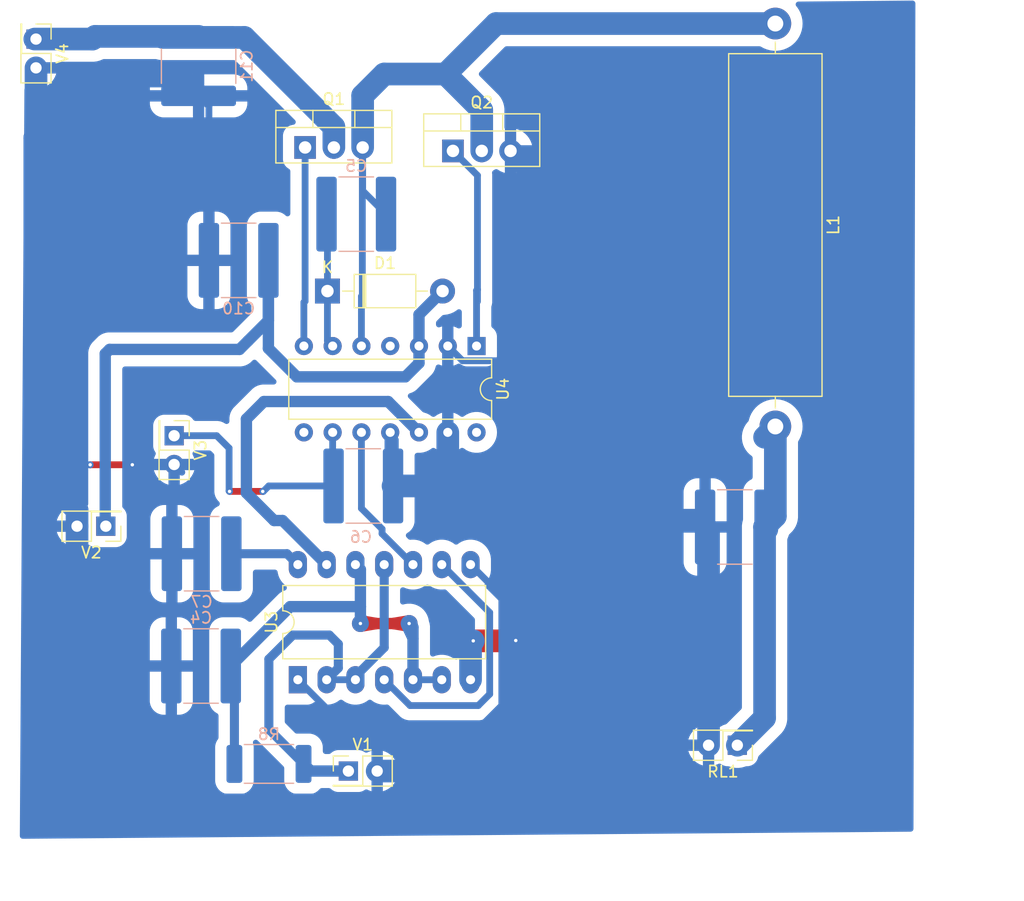
<source format=kicad_pcb>
(kicad_pcb (version 20240108) (generator "pcbnew") (generator_version "8.0")
  (layers (0 "F.Cu" signal) (31 "B.Cu" signal) (34 "B.Paste" user) (35 "F.Paste" user) (36 "B.SilkS" user "B.Silkscreen") (37 "F.SilkS" user "F.Silkscreen") (38 "B.Mask" user) (39 "F.Mask" user) (44 "Edge.Cuts" user))
  (net 0 "")
  (net 1 "GND")
  (net 2 "/PWM")
  (net 3 "Net-(C4-Pad1)")
  (net 4 "/vmid")
  (net 5 "Net-(D1-K)")
  (net 6 "/Vdd+")
  (net 7 "/Vdd")
  (net 8 "/Vlm")
  (net 9 "/Vin")
  (net 10 "Net-(C12-Pad2)")
  (net 11 "/HO")
  (net 12 "/LO")
  (net 13 "Net-(U4-LIN)")
  (net 14 "Net-(U3-Pad4)")
  (net 15 "Net-(U3-Pad1)")
  (net 16 "Net-(U4-HIN)")
  (footprint "Package_DIP:DIP-14_W10.16mm_LongPads" (layer "F.Cu") (at 167.62 130.23 90)
    (property "Reference" "U3" (at 5.08 -2.33 90) (layer "F.SilkS"))
    (property "Value" "74HC02")
    (fp_line (start 8.315 -1.33) (end 6.08 -1.33) (stroke (width 0.12)) (layer "F.SilkS"))
    (fp_line (start 4.08 -1.33) (end 1.845 -1.33) (stroke (width 0.12)) (layer "F.SilkS"))
    (fp_line (start 1.845 -1.33) (end 1.845 16.57) (stroke (width 0.12)) (layer "F.SilkS"))
    (fp_line (start 8.315 16.57) (end 8.315 -1.33) (stroke (width 0.12)) (layer "F.SilkS"))
    (fp_line (start 1.845 16.57) (end 8.315 16.57) (stroke (width 0.12)) (layer "F.SilkS"))
    (fp_arc (start 6.08 -1.33) (mid 5.08 -0.33) (end 4.08 -1.33) (stroke (width 0.12)) (layer "F.SilkS"))
    (pad "1" thru_hole rect (at 0 0 90) (size 2.4 1.6) (drill 0.8) (layers "*.Cu" "*.Mask") (net 15 "Net-(U3-Pad1)"))
    (pad "2" thru_hole oval (at 0 2.54 90) (size 2.4 1.6) (drill 0.8) (layers "*.Cu" "*.Mask") (net 2 "/PWM"))
    (pad "3" thru_hole oval (at 0 5.08 90) (size 2.4 1.6) (drill 0.8) (layers "*.Cu" "*.Mask") (net 2 "/PWM"))
    (pad "4" thru_hole oval (at 0 7.62 90) (size 2.4 1.6) (drill 0.8) (layers "*.Cu" "*.Mask") (net 14 "Net-(U3-Pad4)"))
    (pad "5" thru_hole oval (at 0 10.16 90) (size 2.4 1.6) (drill 0.8) (layers "*.Cu" "*.Mask") (net 3 "Net-(C4-Pad1)"))
    (pad "6" thru_hole oval (at 0 12.7 90) (size 2.4 1.6) (drill 0.8) (layers "*.Cu" "*.Mask") (net 3 "Net-(C4-Pad1)"))
    (pad "7" thru_hole oval (at 0 15.24 90) (size 2.4 1.6) (drill 0.8) (layers "*.Cu" "*.Mask") (net 1 "GND"))
    (pad "8" thru_hole oval (at 10.16 15.24 90) (size 2.4 1.6) (drill 0.8) (layers "*.Cu" "*.Mask") (net 15 "Net-(U3-Pad1)"))
    (pad "9" thru_hole oval (at 10.16 12.7 90) (size 2.4 1.6) (drill 0.8) (layers "*.Cu" "*.Mask") (net 14 "Net-(U3-Pad4)"))
    (pad "10" thru_hole oval (at 10.16 10.16 90) (size 2.4 1.6) (drill 0.8) (layers "*.Cu" "*.Mask") (net 16 "Net-(U4-HIN)"))
    (pad "11" thru_hole oval (at 10.16 7.62 90) (size 2.4 1.6) (drill 0.8) (layers "*.Cu" "*.Mask") (net 2 "/PWM"))
    (pad "12" thru_hole oval (at 10.16 5.08 90) (size 2.4 1.6) (drill 0.8) (layers "*.Cu" "*.Mask") (net 3 "Net-(C4-Pad1)"))
    (pad "13" thru_hole oval (at 10.16 2.54 90) (size 2.4 1.6) (drill 0.8) (layers "*.Cu" "*.Mask") (net 13 "Net-(U4-LIN)"))
    (pad "14" thru_hole oval (at 10.16 0 90) (size 2.4 1.6) (drill 0.8) (layers "*.Cu" "*.Mask") (net 7 "/Vdd"))
  )
  (footprint "Connector_PinHeader_2.54mm:PinHeader_2x01_P2.54mm_Vertical" (layer "F.Cu") (at 206.405 136.0125 180)
    (property "Reference" "RL1" (at 1.27 -2.33 360) (layer "F.SilkS"))
    (property "Value" "1k")
    (fp_line (start 3.87 -1.33) (end 3.87 1.33) (stroke (width 0.12)) (layer "F.SilkS"))
    (fp_line (start 1.27 1.27) (end 1.27 -1.33) (stroke (width 0.12)) (layer "F.SilkS"))
    (fp_line (start 1.27 -1.33) (end 3.87 -1.33) (stroke (width 0.12)) (layer "F.SilkS"))
    (fp_line (start -1.33 1.33) (end 3.87 1.33) (stroke (width 0.12)) (layer "F.SilkS"))
    (fp_line (start -1.33 1.27) (end 1.27 1.27) (stroke (width 0.12)) (layer "F.SilkS"))
    (fp_line (start -1.33 1.27) (end -1.33 1.33) (stroke (width 0.12)) (layer "F.SilkS"))
    (fp_line (start -1.33 0) (end -1.33 -1.33) (stroke (width 0.12)) (layer "F.SilkS"))
    (fp_line (start -1.33 -1.33) (end 0 -1.33) (stroke (width 0.12)) (layer "F.SilkS"))
    (pad "1" thru_hole rect (at 0 0 180) (size 1.7 1.7) (drill 1) (layers "*.Cu" "*.Mask") (net 10 "Net-(C12-Pad2)"))
    (pad "2" thru_hole oval (at 2.54 0 180) (size 1.7 1.7) (drill 1) (layers "*.Cu" "*.Mask") (net 1 "GND"))
  )
  (footprint "Package_TO_SOT_THT:TO-220-3_Vertical" (layer "F.Cu") (at 168.2575 83.255)
    (property "Reference" "Q1" (at 2.54 -4.27 0) (layer "F.SilkS"))
    (property "Value" "IRFZ44N")
    (fp_line (start -2.58 -3.27) (end -2.58 1.371) (stroke (width 0.12)) (layer "F.SilkS"))
    (fp_line (start -2.58 -3.27) (end 7.66 -3.27) (stroke (width 0.12)) (layer "F.SilkS"))
    (fp_line (start -2.58 -1.76) (end 7.66 -1.76) (stroke (width 0.12)) (layer "F.SilkS"))
    (fp_line (start -2.58 1.371) (end 7.66 1.371) (stroke (width 0.12)) (layer "F.SilkS"))
    (fp_line (start 0.69 -3.27) (end 0.69 -1.76) (stroke (width 0.12)) (layer "F.SilkS"))
    (fp_line (start 4.391 -3.27) (end 4.391 -1.76) (stroke (width 0.12)) (layer "F.SilkS"))
    (fp_line (start 7.66 -3.27) (end 7.66 1.371) (stroke (width 0.12)) (layer "F.SilkS"))
    (pad "1" thru_hole rect (at 0 0) (size 1.905 2) (drill 1.1) (layers "*.Cu" "*.Mask") (net 11 "/HO"))
    (pad "2" thru_hole oval (at 2.54 0) (size 1.905 2) (drill 1.1) (layers "*.Cu" "*.Mask") (net 9 "/Vin"))
    (pad "3" thru_hole oval (at 5.08 0) (size 1.905 2) (drill 1.1) (layers "*.Cu" "*.Mask") (net 4 "/vmid"))
  )
  (footprint "Connector_PinHeader_2.54mm:PinHeader_2x01_P2.54mm_Vertical" (layer "F.Cu") (at 156.7 108.695 -90)
    (property "Reference" "V3" (at 1.27 -2.33 90) (layer "F.SilkS"))
    (property "Value" "20")
    (fp_line (start -1.33 1.33) (end 3.87 1.33) (stroke (width 0.12)) (layer "F.SilkS"))
    (fp_line (start -1.33 1.27) (end -1.33 1.33) (stroke (width 0.12)) (layer "F.SilkS"))
    (fp_line (start -1.33 1.27) (end 1.27 1.27) (stroke (width 0.12)) (layer "F.SilkS"))
    (fp_line (start 1.27 1.27) (end 1.27 -1.33) (stroke (width 0.12)) (layer "F.SilkS"))
    (fp_line (start -1.33 0) (end -1.33 -1.33) (stroke (width 0.12)) (layer "F.SilkS"))
    (fp_line (start -1.33 -1.33) (end 0 -1.33) (stroke (width 0.12)) (layer "F.SilkS"))
    (fp_line (start 1.27 -1.33) (end 3.87 -1.33) (stroke (width 0.12)) (layer "F.SilkS"))
    (fp_line (start 3.87 -1.33) (end 3.87 1.33) (stroke (width 0.12)) (layer "F.SilkS"))
    (pad "1" thru_hole rect (at 0 0 270) (size 1.7 1.7) (drill 1) (layers "*.Cu" "*.Mask") (net 6 "/Vdd+"))
    (pad "2" thru_hole oval (at 2.54 0 270) (size 1.7 1.7) (drill 1) (layers "*.Cu" "*.Mask") (net 1 "GND"))
  )
  (footprint "Package_DIP:DIP-14_W7.62mm" (layer "F.Cu") (at 183.39 100.78 -90)
    (property "Reference" "U4" (at 3.81 -2.33 90) (layer "F.SilkS"))
    (property "Value" "IR2110")
    (fp_line (start 1.16 16.57) (end 6.46 16.57) (stroke (width 0.12)) (layer "F.SilkS"))
    (fp_line (start 6.46 16.57) (end 6.46 -1.33) (stroke (width 0.12)) (layer "F.SilkS"))
    (fp_line (start 1.16 -1.33) (end 1.16 16.57) (stroke (width 0.12)) (layer "F.SilkS"))
    (fp_line (start 2.81 -1.33) (end 1.16 -1.33) (stroke (width 0.12)) (layer "F.SilkS"))
    (fp_line (start 6.46 -1.33) (end 4.81 -1.33) (stroke (width 0.12)) (layer "F.SilkS"))
    (fp_arc (start 4.81 -1.33) (mid 3.81 -0.33) (end 2.81 -1.33) (stroke (width 0.12)) (layer "F.SilkS"))
    (pad "1" thru_hole rect (at 0 0 270) (size 1.6 1.6) (drill 0.8) (layers "*.Cu" "*.Mask") (net 12 "/LO"))
    (pad "2" thru_hole oval (at 0 2.54 270) (size 1.6 1.6) (drill 0.8) (layers "*.Cu" "*.Mask") (net 1 "GND"))
    (pad "3" thru_hole oval (at 0 5.08 270) (size 1.6 1.6) (drill 0.8) (layers "*.Cu" "*.Mask") (net 8 "/Vlm"))
    (pad "4" thru_hole oval (at 0 7.62 270) (size 1.6 1.6) (drill 0.8) (layers "*.Cu" "*.Mask"))
    (pad "5" thru_hole oval (at 0 10.16 270) (size 1.6 1.6) (drill 0.8) (layers "*.Cu" "*.Mask") (net 4 "/vmid"))
    (pad "6" thru_hole oval (at 0 12.7 270) (size 1.6 1.6) (drill 0.8) (layers "*.Cu" "*.Mask") (net 5 "Net-(D1-K)"))
    (pad "7" thru_hole oval (at 0 15.24 270) (size 1.6 1.6) (drill 0.8) (layers "*.Cu" "*.Mask") (net 11 "/HO"))
    (pad "8" thru_hole oval (at 7.62 15.24 270) (size 1.6 1.6) (drill 0.8) (layers "*.Cu" "*.Mask"))
    (pad "9" thru_hole oval (at 7.62 12.7 270) (size 1.6 1.6) (drill 0.8) (layers "*.Cu" "*.Mask") (net 6 "/Vdd+"))
    (pad "10" thru_hole oval (at 7.62 10.16 270) (size 1.6 1.6) (drill 0.8) (layers "*.Cu" "*.Mask") (net 16 "Net-(U4-HIN)"))
    (pad "11" thru_hole oval (at 7.62 7.62 270) (size 1.6 1.6) (drill 0.8) (layers "*.Cu" "*.Mask") (net 1 "GND"))
    (pad "12" thru_hole oval (at 7.62 5.08 270) (size 1.6 1.6) (drill 0.8) (layers "*.Cu" "*.Mask") (net 13 "Net-(U4-LIN)"))
    (pad "13" thru_hole oval (at 7.62 2.54 270) (size 1.6 1.6) (drill 0.8) (layers "*.Cu" "*.Mask") (net 1 "GND"))
    (pad "14" thru_hole oval (at 7.62 0 270) (size 1.6 1.6) (drill 0.8) (layers "*.Cu" "*.Mask"))
  )
  (footprint "Connector_PinHeader_2.54mm:PinHeader_2x01_P2.54mm_Vertical" (layer "F.Cu") (at 150.67 116.68 180)
    (property "Reference" "V2" (at 1.27 -2.33 0) (layer "F.SilkS"))
    (property "Value" "10")
    (fp_line (start 3.87 -1.33) (end 3.87 1.33) (stroke (width 0.12)) (layer "F.SilkS"))
    (fp_line (start 1.27 1.27) (end 1.27 -1.33) (stroke (width 0.12)) (layer "F.SilkS"))
    (fp_line (start 1.27 -1.33) (end 3.87 -1.33) (stroke (width 0.12)) (layer "F.SilkS"))
    (fp_line (start -1.33 1.33) (end 3.87 1.33) (stroke (width 0.12)) (layer "F.SilkS"))
    (fp_line (start -1.33 1.27) (end 1.27 1.27) (stroke (width 0.12)) (layer "F.SilkS"))
    (fp_line (start -1.33 1.27) (end -1.33 1.33) (stroke (width 0.12)) (layer "F.SilkS"))
    (fp_line (start -1.33 0) (end -1.33 -1.33) (stroke (width 0.12)) (layer "F.SilkS"))
    (fp_line (start -1.33 -1.33) (end 0 -1.33) (stroke (width 0.12)) (layer "F.SilkS"))
    (pad "1" thru_hole rect (at 0 0 180) (size 1.7 1.7) (drill 1) (layers "*.Cu" "*.Mask") (net 8 "/Vlm"))
    (pad "2" thru_hole oval (at 2.54 0 180) (size 1.7 1.7) (drill 1) (layers "*.Cu" "*.Mask") (net 1 "GND"))
  )
  (footprint "Connector_PinHeader_2.54mm:PinHeader_2x01_P2.54mm_Vertical" (layer "F.Cu") (at 172.08 138.29)
    (property "Reference" "V1" (at 1.27 -2.33 360) (layer "F.SilkS"))
    (property "Value" "6")
    (fp_line (start -1.33 -1.33) (end 0 -1.33) (stroke (width 0.12)) (layer "F.SilkS"))
    (fp_line (start -1.33 0) (end -1.33 -1.33) (stroke (width 0.12)) (layer "F.SilkS"))
    (fp_line (start -1.33 1.27) (end -1.33 1.33) (stroke (width 0.12)) (layer "F.SilkS"))
    (fp_line (start -1.33 1.27) (end 1.27 1.27) (stroke (width 0.12)) (layer "F.SilkS"))
    (fp_line (start -1.33 1.33) (end 3.87 1.33) (stroke (width 0.12)) (layer "F.SilkS"))
    (fp_line (start 1.27 -1.33) (end 3.87 -1.33) (stroke (width 0.12)) (layer "F.SilkS"))
    (fp_line (start 1.27 1.27) (end 1.27 -1.33) (stroke (width 0.12)) (layer "F.SilkS"))
    (fp_line (start 3.87 -1.33) (end 3.87 1.33) (stroke (width 0.12)) (layer "F.SilkS"))
    (pad "1" thru_hole rect (at 0 0) (size 1.7 1.7) (drill 1) (layers "*.Cu" "*.Mask") (net 2 "/PWM"))
    (pad "2" thru_hole oval (at 2.54 0) (size 1.7 1.7) (drill 1) (layers "*.Cu" "*.Mask") (net 1 "GND"))
  )
  (footprint "Inductor_THT:L_Axial_L30.0mm_D8.0mm_P35.56mm_Horizontal_Fastron_77A" (layer "F.Cu") (at 209.76 72.32 -90)
    (property "Reference" "L1" (at 17.78 -5.12 90) (layer "F.SilkS"))
    (property "Value" "90u")
    (fp_line (start 2.66 4.12) (end 32.9 4.12) (stroke (width 0.12)) (layer "F.SilkS"))
    (fp_line (start 32.9 4.12) (end 32.9 -4.12) (stroke (width 0.12)) (layer "F.SilkS"))
    (fp_line (start 1.64 0) (end 2.66 0) (stroke (width 0.12)) (layer "F.SilkS"))
    (fp_line (start 33.92 0) (end 32.9 0) (stroke (width 0.12)) (layer "F.SilkS"))
    (fp_line (start 2.66 -4.12) (end 2.66 4.12) (stroke (width 0.12)) (layer "F.SilkS"))
    (fp_line (start 32.9 -4.12) (end 2.66 -4.12) (stroke (width 0.12)) (layer "F.SilkS"))
    (pad "1" thru_hole circle (at 0 0 270) (size 2.8 2.8) (drill 1.4) (layers "*.Cu" "*.Mask") (net 4 "/vmid"))
    (pad "2" thru_hole oval (at 35.56 0 270) (size 2.8 2.8) (drill 1.4) (layers "*.Cu" "*.Mask") (net 10 "Net-(C12-Pad2)"))
  )
  (footprint "Diode_THT:D_DO-41_SOD81_P10.16mm_Horizontal" (layer "F.Cu") (at 170.23 95.93)
    (property "Reference" "D1" (at 5.08 -2.47 0) (layer "F.SilkS"))
    (property "Value" "1N5817")
    (fp_line (start 1.34 0) (end 2.36 0) (stroke (width 0.12)) (layer "F.SilkS"))
    (fp_line (start 2.36 -1.47) (end 2.36 1.47) (stroke (width 0.12)) (layer "F.SilkS"))
    (fp_line (start 2.36 1.47) (end 7.8 1.47) (stroke (width 0.12)) (layer "F.SilkS"))
    (fp_line (start 3.14 -1.47) (end 3.14 1.47) (stroke (width 0.12)) (layer "F.SilkS"))
    (fp_line (start 3.26 -1.47) (end 3.26 1.47) (stroke (width 0.12)) (layer "F.SilkS"))
    (fp_line (start 3.38 -1.47) (end 3.38 1.47) (stroke (width 0.12)) (layer "F.SilkS"))
    (fp_line (start 7.8 -1.47) (end 2.36 -1.47) (stroke (width 0.12)) (layer "F.SilkS"))
    (fp_line (start 7.8 1.47) (end 7.8 -1.47) (stroke (width 0.12)) (layer "F.SilkS"))
    (fp_line (start 8.82 0) (end 7.8 0) (stroke (width 0.12)) (layer "F.SilkS"))
    (fp_text user "K" (at 0 -2.1 0) (layer "F.SilkS"))
    (pad "1" thru_hole rect (at 0 0) (size 2.2 2.2) (drill 1.1) (layers "*.Cu" "*.Mask") (net 5 "Net-(D1-K)"))
    (pad "2" thru_hole oval (at 10.16 0) (size 2.2 2.2) (drill 1.1) (layers "*.Cu" "*.Mask") (net 8 "/Vlm"))
  )
  (footprint "Connector_PinHeader_2.54mm:PinHeader_2x01_P2.54mm_Vertical" (layer "F.Cu") (at 144.51 73.69 -90)
    (property "Reference" "V4" (at 1.27 -2.33 90) (layer "F.SilkS"))
    (property "Value" "36")
    (fp_line (start -1.33 1.33) (end 3.87 1.33) (stroke (width 0.12)) (layer "F.SilkS"))
    (fp_line (start -1.33 1.27) (end -1.33 1.33) (stroke (width 0.12)) (layer "F.SilkS"))
    (fp_line (start -1.33 1.27) (end 1.27 1.27) (stroke (width 0.12)) (layer "F.SilkS"))
    (fp_line (start 1.27 1.27) (end 1.27 -1.33) (stroke (width 0.12)) (layer "F.SilkS"))
    (fp_line (start -1.33 0) (end -1.33 -1.33) (stroke (width 0.12)) (layer "F.SilkS"))
    (fp_line (start -1.33 -1.33) (end 0 -1.33) (stroke (width 0.12)) (layer "F.SilkS"))
    (fp_line (start 1.27 -1.33) (end 3.87 -1.33) (stroke (width 0.12)) (layer "F.SilkS"))
    (fp_line (start 3.87 -1.33) (end 3.87 1.33) (stroke (width 0.12)) (layer "F.SilkS"))
    (pad "1" thru_hole rect (at 0 0 270) (size 1.7 1.7) (drill 1) (layers "*.Cu" "*.Mask") (net 9 "/Vin"))
    (pad "2" thru_hole oval (at 2.54 0 270) (size 1.7 1.7) (drill 1) (layers "*.Cu" "*.Mask") (net 1 "GND"))
  )
  (footprint "Package_TO_SOT_THT:TO-220-3_Vertical" (layer "F.Cu") (at 181.3075 83.56)
    (property "Reference" "Q2" (at 2.54 -4.27 0) (layer "F.SilkS"))
    (property "Value" "IRFZ44N")
    (fp_line (start -2.58 -3.27) (end -2.58 1.371) (stroke (width 0.12)) (layer "F.SilkS"))
    (fp_line (start -2.58 -3.27) (end 7.66 -3.27) (stroke (width 0.12)) (layer "F.SilkS"))
    (fp_line (start -2.58 -1.76) (end 7.66 -1.76) (stroke (width 0.12)) (layer "F.SilkS"))
    (fp_line (start -2.58 1.371) (end 7.66 1.371) (stroke (width 0.12)) (layer "F.SilkS"))
    (fp_line (start 0.69 -3.27) (end 0.69 -1.76) (stroke (width 0.12)) (layer "F.SilkS"))
    (fp_line (start 4.391 -3.27) (end 4.391 -1.76) (stroke (width 0.12)) (layer "F.SilkS"))
    (fp_line (start 7.66 -3.27) (end 7.66 1.371) (stroke (width 0.12)) (layer "F.SilkS"))
    (pad "1" thru_hole rect (at 0 0) (size 1.905 2) (drill 1.1) (layers "*.Cu" "*.Mask") (net 12 "/LO"))
    (pad "2" thru_hole oval (at 2.54 0) (size 1.905 2) (drill 1.1) (layers "*.Cu" "*.Mask") (net 4 "/vmid"))
    (pad "3" thru_hole oval (at 5.08 0) (size 1.905 2) (drill 1.1) (layers "*.Cu" "*.Mask") (net 1 "GND"))
  )
  (footprint "Capacitor_SMD:C_2225_5664Metric_Pad1.80x6.60mm_HandSolder" (layer "B.Cu") (at 158.86 76.0775 90)
    (property "Reference" "C11" (at 0 4.25 90) (layer "B.SilkS") (effects (justify mirror)))
    (property "Value" "2u")
    (fp_line (start 1.522369 -3.285) (end -1.522369 -3.285) (stroke (width 0.12)) (layer "B.SilkS"))
    (fp_line (start 1.522369 3.285) (end -1.522369 3.285) (stroke (width 0.12)) (layer "B.SilkS"))
    (pad "1" smd roundrect (at -2.625 0 90) (size 1.8 6.6) (layers "B.Cu" "B.Paste" "B.Mask") (roundrect_rratio 0.138889) (net 1 "GND"))
    (pad "2" smd roundrect (at 2.625 0 90) (size 1.8 6.6) (layers "B.Cu" "B.Paste" "B.Mask") (roundrect_rratio 0.138889) (net 9 "/Vin"))
  )
  (footprint "Capacitor_SMD:C_2225_5664Metric_Pad1.80x6.60mm_HandSolder" (layer "B.Cu") (at 206.185 116.75)
    (property "Reference" "C12" (hide yes))
    (property "Value" "200u")
    (fp_line (start 1.522369 -3.285) (end -1.522369 -3.285) (stroke (width 0.12)) (layer "B.SilkS"))
    (fp_line (start 1.522369 3.285) (end -1.522369 3.285) (stroke (width 0.12)) (layer "B.SilkS"))
    (pad "1" smd roundrect (at -2.625 0) (size 1.8 6.6) (layers "B.Cu" "B.Paste" "B.Mask") (roundrect_rratio 0.138889) (net 1 "GND"))
    (pad "2" smd roundrect (at 2.625 0) (size 1.8 6.6) (layers "B.Cu" "B.Paste" "B.Mask") (roundrect_rratio 0.138889) (net 10 "Net-(C12-Pad2)"))
  )
  (footprint "Resistor_SMD:R_2512_6332Metric_Pad1.40x3.35mm_HandSolder" (layer "B.Cu") (at 165.07 137.66 180)
    (property "Reference" "R8" (at 0 2.62 0) (layer "B.SilkS") (effects (justify mirror)))
    (property "Value" "1k")
    (fp_line (start 2.177064 1.71) (end -2.177064 1.71) (stroke (width 0.12)) (layer "B.SilkS"))
    (fp_line (start 2.177064 -1.71) (end -2.177064 -1.71) (stroke (width 0.12)) (layer "B.SilkS"))
    (pad "1" smd roundrect (at -3.05 0 180) (size 1.4 3.35) (layers "B.Cu" "B.Paste" "B.Mask") (roundrect_rratio 0.178571) (net 2 "/PWM"))
    (pad "2" smd roundrect (at 3.05 0 180) (size 1.4 3.35) (layers "B.Cu" "B.Paste" "B.Mask") (roundrect_rratio 0.178571) (net 3 "Net-(C4-Pad1)"))
  )
  (footprint "Capacitor_SMD:C_2225_5664Metric_Pad1.80x6.60mm_HandSolder" (layer "B.Cu") (at 159.125 119.11)
    (property "Reference" "C7" (at 0 4.25 0) (layer "B.SilkS") (effects (justify mirror)))
    (property "Value" "20n")
    (fp_line (start 1.522369 -3.285) (end -1.522369 -3.285) (stroke (width 0.12)) (layer "B.SilkS"))
    (fp_line (start 1.522369 3.285) (end -1.522369 3.285) (stroke (width 0.12)) (layer "B.SilkS"))
    (pad "1" smd roundrect (at -2.625 0) (size 1.8 6.6) (layers "B.Cu" "B.Paste" "B.Mask") (roundrect_rratio 0.138889) (net 1 "GND"))
    (pad "2" smd roundrect (at 2.625 0) (size 1.8 6.6) (layers "B.Cu" "B.Paste" "B.Mask") (roundrect_rratio 0.138889) (net 7 "/Vdd"))
  )
  (footprint "Capacitor_SMD:C_2225_5664Metric_Pad1.80x6.60mm_HandSolder" (layer "B.Cu") (at 173.395 113.13 180)
    (property "Reference" "C6" (at 0.205 -4.5 0) (layer "B.SilkS") (effects (justify mirror)))
    (property "Value" "20n")
    (fp_line (start 1.522369 3.285) (end -1.522369 3.285) (stroke (width 0.12)) (layer "B.SilkS"))
    (fp_line (start 1.522369 -3.285) (end -1.522369 -3.285) (stroke (width 0.12)) (layer "B.SilkS"))
    (pad "1" smd roundrect (at -2.625 0 180) (size 1.8 6.6) (layers "B.Cu" "B.Paste" "B.Mask") (roundrect_rratio 0.138889) (net 1 "GND"))
    (pad "2" smd roundrect (at 2.625 0 180) (size 1.8 6.6) (layers "B.Cu" "B.Paste" "B.Mask") (roundrect_rratio 0.138889) (net 6 "/Vdd+"))
  )
  (footprint "Capacitor_SMD:C_2225_5664Metric_Pad1.80x6.60mm_HandSolder" (layer "B.Cu") (at 162.395 93.22)
    (property "Reference" "C10" (at 0 4.25 0) (layer "B.SilkS") (effects (justify mirror)))
    (property "Value" "20n")
    (fp_line (start 1.522369 -3.285) (end -1.522369 -3.285) (stroke (width 0.12)) (layer "B.SilkS"))
    (fp_line (start 1.522369 3.285) (end -1.522369 3.285) (stroke (width 0.12)) (layer "B.SilkS"))
    (pad "1" smd roundrect (at -2.625 0) (size 1.8 6.6) (layers "B.Cu" "B.Paste" "B.Mask") (roundrect_rratio 0.138889) (net 1 "GND"))
    (pad "2" smd roundrect (at 2.625 0) (size 1.8 6.6) (layers "B.Cu" "B.Paste" "B.Mask") (roundrect_rratio 0.138889) (net 8 "/Vlm"))
  )
  (footprint "Capacitor_SMD:C_2225_5664Metric_Pad1.80x6.60mm_HandSolder" (layer "B.Cu") (at 172.775 89.14 180)
    (property "Reference" "C5" (at 0 4.25 0) (layer "B.SilkS") (effects (justify mirror)))
    (property "Value" "4.7u")
    (fp_line (start 1.522369 3.285) (end -1.522369 3.285) (stroke (width 0.12)) (layer "B.SilkS"))
    (fp_line (start 1.522369 -3.285) (end -1.522369 -3.285) (stroke (width 0.12)) (layer "B.SilkS"))
    (pad "1" smd roundrect (at -2.625 0 180) (size 1.8 6.6) (layers "B.Cu" "B.Paste" "B.Mask") (roundrect_rratio 0.138889) (net 4 "/vmid"))
    (pad "2" smd roundrect (at 2.625 0 180) (size 1.8 6.6) (layers "B.Cu" "B.Paste" "B.Mask") (roundrect_rratio 0.138889) (net 5 "Net-(D1-K)"))
  )
  (footprint "Capacitor_SMD:C_2225_5664Metric_Pad1.80x6.60mm_HandSolder" (layer "B.Cu") (at 159.075 129.02 180)
    (property "Reference" "C4" (at 0 4.25 0) (layer "B.SilkS") (effects (justify mirror)))
    (property "Value" "150p")
    (fp_line (start 1.522369 3.285) (end -1.522369 3.285) (stroke (width 0.12)) (layer "B.SilkS"))
    (fp_line (start 1.522369 -3.285) (end -1.522369 -3.285) (stroke (width 0.12)) (layer "B.SilkS"))
    (pad "1" smd roundrect (at -2.625 0 180) (size 1.8 6.6) (layers "B.Cu" "B.Paste" "B.Mask") (roundrect_rratio 0.138889) (net 3 "Net-(C4-Pad1)"))
    (pad "2" smd roundrect (at 2.625 0 180) (size 1.8 6.6) (layers "B.Cu" "B.Paste" "B.Mask") (roundrect_rratio 0.138889) (net 1 "GND"))
  )
  (segment (start 153.01 111.26) (end 149.29 111.26) (width 0.6) (layer "F.Cu") (net 1))
  (segment (start 186.82 126.8) (end 186.85 126.77) (width 2) (layer "F.Cu") (net 1))
  (segment (start 183.1 126.8) (end 186.82 126.8) (width 2) (layer "F.Cu") (net 1))
  (via (at 186.85 126.77) (size 0.6) (drill 0.3) (layers "F.Cu" "B.Cu") (net 1))
  (via (at 149.29 111.26) (size 0.6) (drill 0.3) (layers "F.Cu" "B.Cu") (net 1))
  (via (at 153.01 111.26) (size 0.6) (drill 0.3) (layers "F.Cu" "B.Cu") (net 1))
  (via (at 183.1 126.8) (size 0.6) (drill 0.3) (layers "F.Cu" "B.Cu") (net 1))
  (segment (start 157.38 111.915) (end 156.7 111.235) (width 0.6) (layer "B.Cu") (net 1))
  (segment (start 182.15 102.08) (end 187.57 102.08) (width 0.6) (layer "B.Cu") (net 1))
  (segment (start 144.67 111.26) (end 144.4025 111.5275) (width 0.6) (layer "B.Cu") (net 1))
  (segment (start 180.85 112.75) (end 180.85 108.4) (width 2) (layer "B.Cu") (net 1))
  (segment (start 159.77 79.6125) (end 158.86 78.7025) (width 0.6) (layer "B.Cu") (net 1))
  (segment (start 159.77 93.22) (end 159.77 79.6125) (width 0.6) (layer "B.Cu") (net 1))
  (segment (start 180.79 113.13) (end 180.79 112.81) (width 2) (layer "B.Cu") (net 1))
  (segment (start 188.29 117.71) (end 188.67 117.33) (width 2) (layer "B.Cu") (net 1))
  (segment (start 182.86 127.04) (end 183.1 126.8) (width 2) (layer "B.Cu") (net 1))
  (segment (start 153.035 111.235) (end 153.01 111.26) (width 0.6) (layer "B.Cu") (net 1))
  (segment (start 144.695 111.235) (end 144.4025 111.5275) (width 0.6) (layer "B.Cu") (net 1))
  (segment (start 182.86 120.07) (end 185.62 122.83) (width 0.6) (layer "B.Cu") (net 1))
  (segment (start 148.13 115.255) (end 144.4025 111.5275) (width 2) (layer "B.Cu") (net 1))
  (segment (start 188.29 124.59) (end 196.73 116.15) (width 2) (layer "B.Cu") (net 1))
  (segment (start 158.32 141.28) (end 178.8 141.28) (width 2) (layer "B.Cu") (net 1))
  (segment (start 203.865 117.055) (end 203.56 116.75) (width 2) (layer "B.Cu") (net 1))
  (segment (start 158.86 78.7025) (end 157.11 76.9525) (width 2) (layer "B.Cu") (net 1))
  (segment (start 144.51 76.23) (end 144.51 82.32) (width 2) (layer "B.Cu") (net 1))
  (segment (start 149.29 111.26) (end 144.67 111.26) (width 0.6) (layer "B.Cu") (net 1))
  (segment (start 185.62 122.83) (end 185.62 132.5) (width 0.6) (layer "B.Cu") (net 1))
  (segment (start 144.4025 82.4275) (end 144.4025 111.5275) (width 2) (layer "B.Cu") (net 1))
  (segment (start 171.76 134.37) (end 167.62 130.23) (width 0.6) (layer "B.Cu") (net 1))
  (segment (start 188.67 117.33) (end 188.67 85.8425) (width 2) (layer "B.Cu") (net 1))
  (segment (start 157.11 76.9525) (end 149.8775 76.9525) (width 2) (layer "B.Cu") (net 1))
  (segment (start 188.29 117.71) (end 183.71 113.13) (width 2) (layer "B.Cu") (net 1))
  (segment (start 176.02 113.13) (end 176.02 108.65) (width 0.6) (layer "B.Cu") (net 1))
  (segment (start 144.51 82.32) (end 144.4025 82.4275) (width 2) (layer "B.Cu") (net 1))
  (segment (start 188.29 124.59) (end 188.29 123.41) (width 2) (layer "B.Cu") (net 1))
  (segment (start 183.71 113.13) (end 180.79 113.13) (width 2) (layer "B.Cu") (net 1))
  (segment (start 182.86 130.23) (end 182.86 127.04) (width 2) (layer "B.Cu") (net 1))
  (segment (start 184.1 138.29) (end 179.442641 138.29) (width 2) (layer "B.Cu") (net 1))
  (segment (start 148.13 131.09) (end 158.32 141.28) (width 2) (layer "B.Cu") (net 1))
  (segment (start 188.29 123.41) (end 188.29 117.71) (width 2) (layer "B.Cu") (net 1))
  (segment (start 180.79 113.13) (end 176.02 113.13) (width 2) (layer "B.Cu") (net 1))
  (segment (start 183.75 134.37) (end 171.76 134.37) (width 0.6) (layer "B.Cu") (net 1))
  (segment (start 189.48 132.91) (end 184.1 138.29) (width 2) (layer "B.Cu") (net 1))
  (segment (start 188.67 85.8425) (end 186.3875 83.56) (width 2) (layer "B.Cu") (net 1))
  (segment (start 186.85 126.77) (end 188.29 125.33) (width 2) (layer "B.Cu") (net 1))
  (segment (start 148.13 116.68) (end 148.13 131.09) (width 2) (layer "B.Cu") (net 1))
  (segment (start 149.8775 76.9525) (end 144.4025 82.4275) (width 2) (layer "B.Cu") (net 1))
  (segment (start 178.8 141.28) (end 179.442641 140.637359) (width 2) (layer "B.Cu") (net 1))
  (segment (start 196.73 116.15) (end 202.96 116.15) (width 2) (layer "B.Cu") (net 1))
  (segment (start 185.62 132.5) (end 183.75 134.37) (width 0.6) (layer "B.Cu") (net 1))
  (segment (start 156.7 111.235) (end 156.7 118.91) (width 0.6) (layer "B.Cu") (net 1))
  (segment (start 156.7 111.235) (end 153.035 111.235) (width 0.6) (layer "B.Cu") (net 1))
  (segment (start 156.45 129.02) (end 156.45 119.16) (width 0.8) (layer "B.Cu") (net 1))
  (segment (start 189.48 126.52) (end 189.48 132.91) (width 2) (layer "B.Cu") (net 1))
  (segment (start 188.29 125.33) (end 189.48 126.52) (width 2) (layer "B.Cu") (net 1))
  (segment (start 156.45 119.16) (end 156.5 119.11) (width 0.8) (layer "B.Cu") (net 1))
  (segment (start 180.85 100.78) (end 182.15 102.08) (width 0.6) (layer "B.Cu") (net 1))
  (segment (start 179.442641 140.637359) (end 179.442641 138.29) (width 2) (layer "B.Cu") (net 1))
  (segment (start 148.13 116.68) (end 148.13 115.255) (width 2) (layer "B.Cu") (net 1))
  (segment (start 187.57 102.08) (end 188.67 103.18) (width 0.6) (layer "B.Cu") (net 1))
  (segment (start 176.02 108.65) (end 175.77 108.4) (width 0.6) (layer "B.Cu") (net 1))
  (segment (start 180.79 112.81) (end 180.85 112.75) (width 2) (layer "B.Cu") (net 1))
  (segment (start 202.96 116.15) (end 203.56 116.75) (width 2) (layer "B.Cu") (net 1))
  (segment (start 188.29 125.33) (end 188.29 124.59) (width 2) (layer "B.Cu") (net 1))
  (segment (start 156.7 118.91) (end 156.5 119.11) (width 0.6) (layer "B.Cu") (net 1))
  (segment (start 174.62 138.29) (end 179.442641 138.29) (width 2) (layer "B.Cu") (net 1))
  (segment (start 203.865 136.0125) (end 203.865 117.055) (width 2) (layer "B.Cu") (net 1))
  (segment (start 171.19 129.2) (end 171.19 127.08) (width 0.8) (layer "B.Cu") (net 2))
  (segment (start 170.16 130.23) (end 171.19 129.2) (width 0.8) (layer "B.Cu") (net 2))
  (segment (start 170.4 126.29) (end 167.18 126.29) (width 0.8) (layer "B.Cu") (net 2))
  (segment (start 167.18 126.29) (end 165.06 128.41) (width 0.8) (layer "B.Cu") (net 2))
  (segment (start 172.7 130.23) (end 172.7 129.93) (width 0.8) (layer "B.Cu") (net 2))
  (segment (start 172.08 138.29) (end 168.75 138.29) (width 1) (layer "B.Cu") (net 2))
  (segment (start 175.24 127.39) (end 175.24 120.07) (width 0.8) (layer "B.Cu") (net 2))
  (segment (start 171.19 127.08) (end 170.4 126.29) (width 0.8) (layer "B.Cu") (net 2))
  (segment (start 172.7 129.93) (end 175.24 127.39) (width 0.8) (layer "B.Cu") (net 2))
  (segment (start 172.7 130.23) (end 170.16 130.23) (width 0.6) (layer "B.Cu") (net 2))
  (segment (start 165.06 134.6) (end 168.12 137.66) (width 0.8) (layer "B.Cu") (net 2))
  (segment (start 168.75 138.29) (end 168.12 137.66) (width 1) (layer "B.Cu") (net 2))
  (segment (start 165.06 128.41) (end 165.06 134.6) (width 0.8) (layer "B.Cu") (net 2))
  (segment (start 177.44 125.27) (end 173.14 125.27) (width 1) (layer "F.Cu") (net 3))
  (via (at 177.44 125.27) (size 1.5) (drill 0.3) (layers "F.Cu" "B.Cu") (net 3))
  (via (at 173.14 125.27) (size 1.5) (drill 0.3) (layers "F.Cu" "B.Cu") (net 3))
  (segment (start 173.14 123.78) (end 166.94 123.78) (width 1) (layer "B.Cu") (net 3))
  (segment (start 180.32 130.23) (end 177.78 130.23) (width 0.6) (layer "B.Cu") (net 3))
  (segment (start 173.14 125.27) (end 173.14 123.78) (width 1) (layer "B.Cu") (net 3))
  (segment (start 162.02 137.66) (end 162.02 129.34) (width 0.8) (layer "B.Cu") (net 3))
  (segment (start 177.78 125.61) (end 177.44 125.27) (width 1) (layer "B.Cu") (net 3))
  (segment (start 173.14 120.51) (end 172.7 120.07) (width 1) (layer "B.Cu") (net 3))
  (segment (start 162.02 129.34) (end 161.7 129.02) (width 0.8) (layer "B.Cu") (net 3))
  (segment (start 173.14 123.78) (end 173.14 120.51) (width 1) (layer "B.Cu") (net 3))
  (segment (start 166.94 123.78) (end 161.7 129.02) (width 1) (layer "B.Cu") (net 3))
  (segment (start 177.78 130.23) (end 177.78 125.61) (width 1) (layer "B.Cu") (net 3))
  (segment (start 173.3375 83.255) (end 173.3375 78.675) (width 2) (layer "B.Cu") (net 4))
  (segment (start 173.31 83.2825) (end 173.3375 83.255) (width 0.6) (layer "B.Cu") (net 4))
  (segment (start 175.2375 76.775) (end 180.6575 76.775) (width 2) (layer "B.Cu") (net 4))
  (segment (start 173.3375 87.0775) (end 175.4 89.14) (width 0.6) (layer "B.Cu") (net 4))
  (segment (start 173.23 96.4) (end 173.23 100.78) (width 0.6) (layer "B.Cu") (net 4))
  (segment (start 173.3375 78.675) (end 175.2375 76.775) (width 2) (layer "B.Cu") (net 4))
  (segment (start 173.31 96.32) (end 173.31 83.2825) (width 0.6) (layer "B.Cu") (net 4))
  (segment (start 173.3375 83.255) (end 173.3375 87.0775) (width 0.6) (layer "B.Cu") (net 4))
  (segment (start 185.1125 72.32) (end 209.76 72.32) (width 2) (layer "B.Cu") (net 4))
  (segment (start 183.8475 79.965) (end 183.8475 83.56) (width 2) (layer "B.Cu") (net 4))
  (segment (start 180.6575 76.775) (end 185.1125 72.32) (width 2) (layer "B.Cu") (net 4))
  (segment (start 173.31 96.32) (end 173.23 96.4) (width 0.6) (layer "B.Cu") (net 4))
  (segment (start 173.31 96.85) (end 173.31 96.32) (width 0.6) (layer "B.Cu") (net 4))
  (segment (start 180.6575 76.775) (end 183.8475 79.965) (width 2) (layer "B.Cu") (net 4))
  (segment (start 170.23 95.93) (end 170.23 100.32) (width 0.6) (layer "B.Cu") (net 5))
  (segment (start 170.23 89.22) (end 170.15 89.14) (width 0.6) (layer "B.Cu") (net 5))
  (segment (start 170.23 100.32) (end 170.69 100.78) (width 0.6) (layer "B.Cu") (net 5))
  (segment (start 170.23 95.93) (end 170.23 89.22) (width 0.6) (layer "B.Cu") (net 5))
  (segment (start 161.59 113.61) (end 164.52 113.61) (width 0.6) (layer "F.Cu") (net 6))
  (via (at 164.52 113.61) (size 0.6) (drill 0.3) (layers "F.Cu" "B.Cu") (net 6))
  (via (at 161.59 113.61) (size 0.6) (drill 0.3) (layers "F.Cu" "B.Cu") (net 6))
  (segment (start 161.55 113.57) (end 161.59 113.61) (width 0.6) (layer "B.Cu") (net 6))
  (segment (start 156.7 108.695) (end 160.455 108.695) (width 0.6) (layer "B.Cu") (net 6))
  (segment (start 165.05 113.13) (end 170.77 113.13) (width 0.6) (layer "B.Cu") (net 6))
  (segment (start 160.455 108.695) (end 161.55 109.79) (width 0.6) (layer "B.Cu") (net 6))
  (segment (start 170.69 113.05) (end 170.77 113.13) (width 0.6) (layer "B.Cu") (net 6))
  (segment (start 170.69 108.4) (end 170.69 113.05) (width 0.6) (layer "B.Cu") (net 6))
  (segment (start 161.55 109.79) (end 161.55 113.57) (width 0.6) (layer "B.Cu") (net 6))
  (segment (start 164.57 113.61) (end 165.05 113.13) (width 0.6) (layer "B.Cu") (net 6))
  (segment (start 164.52 113.61) (end 164.57 113.61) (width 0.6) (layer "B.Cu") (net 6))
  (segment (start 166.66 119.11) (end 167.62 120.07) (width 0.8) (layer "B.Cu") (net 7))
  (segment (start 161.75 119.11) (end 166.66 119.11) (width 0.8) (layer "B.Cu") (net 7))
  (segment (start 163.23 100.32) (end 162.47 101.08) (width 1) (layer "B.Cu") (net 8))
  (segment (start 178.31 98.01) (end 180.39 95.93) (width 1) (layer "B.Cu") (net 8))
  (segment (start 178.31 102.29) (end 178.31 100.78) (width 1) (layer "B.Cu") (net 8))
  (segment (start 165.02 93.22) (end 165.02 100.99) (width 1) (layer "B.Cu") (net 8))
  (segment (start 150.62 116.33) (end 150.58 116.37) (width 1) (layer "B.Cu") (net 8))
  (segment (start 177.1 103.5) (end 178.31 102.29) (width 1) (layer "B.Cu") (net 8))
  (segment (start 151 101.08) (end 150.62 101.46) (width 1) (layer "B.Cu") (net 8))
  (segment (start 165.02 98.53) (end 163.23 100.32) (width 1) (layer "B.Cu") (net 8))
  (segment (start 162.47 101.08) (end 151 101.08) (width 1) (layer "B.Cu") (net 8))
  (segment (start 167.53 103.5) (end 177.1 103.5) (width 1) (layer "B.Cu") (net 8))
  (segment (start 150.62 101.46) (end 150.62 116.33) (width 1) (layer "B.Cu") (net 8))
  (segment (start 178.31 100.78) (end 178.31 98.01) (width 1) (layer "B.Cu") (net 8))
  (segment (start 165.02 93.22) (end 165.02 98.53) (width 1) (layer "B.Cu") (net 8))
  (segment (start 165.02 100.99) (end 167.53 103.5) (width 1) (layer "B.Cu") (net 8))
  (segment (start 170.7975 83.255) (end 170.7975 81.4425) (width 2) (layer "B.Cu") (net 9))
  (segment (start 149.73 73.4525) (end 149.495 73.6875) (width 2) (layer "B.Cu") (net 9))
  (segment (start 149.495 73.6875) (end 144.4025 73.6875) (width 2) (layer "B.Cu") (net 9))
  (segment (start 158.86 73.4525) (end 149.73 73.4525) (width 2) (layer "B.Cu") (net 9))
  (segment (start 162.9 73.545) (end 155.7075 73.545) (width 2) (layer "B.Cu") (net 9))
  (segment (start 170.7975 81.4425) (end 162.9 73.545) (width 2) (layer "B.Cu") (net 9))
  (segment (start 208.81 133.6075) (end 206.405 136.0125) (width 2) (layer "B.Cu") (net 10))
  (segment (start 209.01 116.95) (end 208.81 116.75) (width 2) (layer "B.Cu") (net 10))
  (segment (start 209.76 115.8) (end 208.81 116.75) (width 2) (layer "B.Cu") (net 10))
  (segment (start 208.81 108.83) (end 209.76 107.88) (width 2) (layer "B.Cu") (net 10))
  (segment (start 208.81 116.75) (end 208.81 133.6075) (width 2) (layer "B.Cu") (net 10))
  (segment (start 209.76 107.88) (end 209.76 115.8) (width 2) (layer "B.Cu") (net 10))
  (segment (start 168.1775 100.7525) (end 168.15 100.78) (width 0.6) (layer "B.Cu") (net 11))
  (segment (start 168.15 96.93) (end 168.2575 96.8225) (width 0.6) (layer "B.Cu") (net 11))
  (segment (start 168.15 100.78) (end 168.15 96.93) (width 0.6) (layer "B.Cu") (net 11))
  (segment (start 168.2575 83.255) (end 168.2575 96.8225) (width 0.6) (layer "B.Cu") (net 11))
  (segment (start 183.39 100.78) (end 183.39 95.88) (width 0.6) (layer "B.Cu") (net 12))
  (segment (start 183.47 85.7225) (end 181.3075 83.56) (width 0.6) (layer "B.Cu") (net 12))
  (segment (start 183.47 96.85) (end 183.47 95.8) (width 0.6) (layer "B.Cu") (net 12))
  (segment (start 183.47 95.8) (end 183.47 85.7225) (width 0.6) (layer "B.Cu") (net 12))
  (segment (start 183.39 95.88) (end 183.47 95.8) (width 0.6) (layer "B.Cu") (net 12))
  (segment (start 166.27 116.18) (end 170.16 120.07) (width 1) (layer "B.Cu") (net 13))
  (segment (start 164.62 105.68) (end 163.08 107.22) (width 1) (layer "B.Cu") (net 13))
  (segment (start 163.08 107.22) (end 163.08 113.74) (width 1) (layer "B.Cu") (net 13))
  (segment (start 178.31 108.4) (end 175.59 105.68) (width 1) (layer "B.Cu") (net 13))
  (segment (start 175.59 105.68) (end 164.62 105.68) (width 1) (layer "B.Cu") (net 13))
  (segment (start 165.52 116.18) (end 166.27 116.18) (width 1) (layer "B.Cu") (net 13))
  (segment (start 163.08 113.74) (end 165.52 116.18) (width 1) (layer "B.Cu") (net 13))
  (segment (start 175.24 130.23) (end 177.52 132.51) (width 0.6) (layer "B.Cu") (net 14))
  (segment (start 184.55 131.5) (end 184.55 124.3) (width 0.6) (layer "B.Cu") (net 14))
  (segment (start 183.54 132.51) (end 184.55 131.5) (width 0.6) (layer "B.Cu") (net 14))
  (segment (start 184.55 124.3) (end 180.32 120.07) (width 0.6) (layer "B.Cu") (net 14))
  (segment (start 177.52 132.51) (end 183.54 132.51) (width 0.6) (layer "B.Cu") (net 14))
  (segment (start 175.052412 117.342412) (end 177.78 120.07) (width 0.6) (layer "B.Cu") (net 16))
  (segment (start 173.23 115.107588) (end 175.052412 116.93) (width 0.6) (layer "B.Cu") (net 16))
  (segment (start 173.23 108.4) (end 173.23 115.107588) (width 0.6) (layer "B.Cu") (net 16))
  (segment (start 175.052412 116.93) (end 175.052412 117.342412) (width 0.6) (layer "B.Cu") (net 16))
  (zone (net 1) (net_name "GND") (layer "B.Cu") (connect_pads (clearance 1)) (min_thickness 0.5) (fill yes (thermal_gap 1) (thermal_bridge_width 1))
    (polygon (pts (xy 143.53 70.98) (xy 222.12 70.29) (xy 221.95 143.64) (xy 143.08 144.27)))
  )
)
</source>
